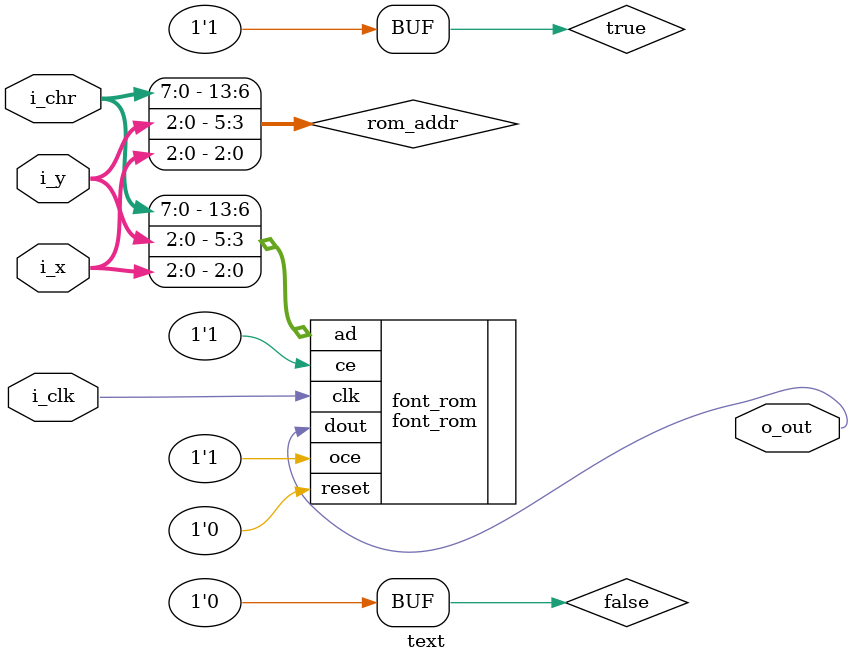
<source format=v>
module text (
    input [2:0] i_x,     // horizontal coordinate
    input [2:0] i_y,     // vertical coordinate
    input [7:0] i_chr,   // character number
    input i_clk,         // clock
    output o_out         // pixel is on
);

wire false = 1'b0;
wire true = 1'b1;

// work with 8x8 blocks (cells)
wire [13:0] rom_addr = {i_chr, i_y, i_x}; // 256 chars, 8 rows, 8 cols

font_rom font_rom(
    .ad       (rom_addr), //[13:0] address
    .clk      (i_clk),
    .dout     (o_out),    // 1 bit
    .oce      (true),
    .ce       (true),
    .reset    (false)
);

endmodule

</source>
